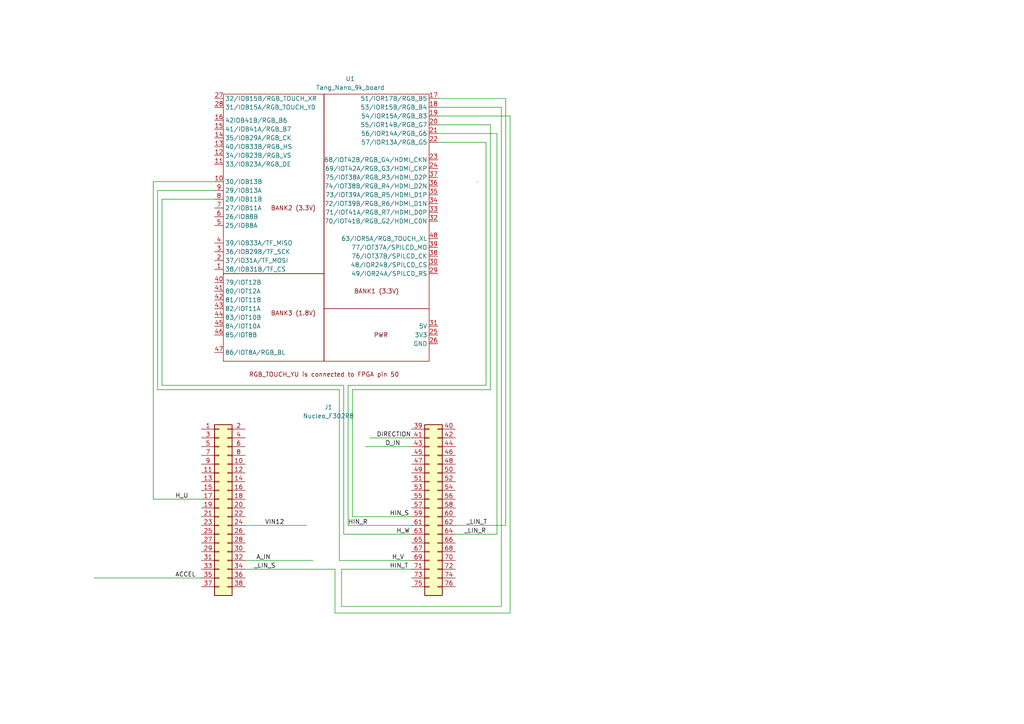
<source format=kicad_sch>
(kicad_sch (version 20230121) (generator eeschema)
  (paper "A4")
  (lib_symbols
    (symbol "Library:Nucleo_F302R8" (pin_names (offset 1.016) hide)
      (property "Reference" "J" (at 1.27 25.4 0))
      (property "Value" "Nucleo_F302R8" (at 1.27 -27.94 0))
      (symbol "Nucleo_F302R8_1_1"
        (rectangle (start -1.27 -22.733) (end 0 -22.987) (stroke (width 0.1524)))
        (rectangle (start -1.27 -20.193) (end 0 -20.447) (stroke (width 0.1524)))
        (rectangle (start -1.27 -17.653) (end 0 -17.907) (stroke (width 0.1524)))
        (rectangle (start -1.27 -15.113) (end 0 -15.367) (stroke (width 0.1524)))
        (rectangle (start -1.27 -12.573) (end 0 -12.827) (stroke (width 0.1524)))
        (rectangle (start -1.27 -10.033) (end 0 -10.287) (stroke (width 0.1524)))
        (rectangle (start -1.27 -7.493) (end 0 -7.747) (stroke (width 0.1524)))
        (rectangle (start -1.27 -4.953) (end 0 -5.207) (stroke (width 0.1524)))
        (rectangle (start -1.27 -2.413) (end 0 -2.667) (stroke (width 0.1524)))
        (rectangle (start -1.27 0.127) (end 0 -0.127) (stroke (width 0.1524)))
        (rectangle (start -1.27 2.667) (end 0 2.413) (stroke (width 0.1524)))
        (rectangle (start -1.27 5.207) (end 0 4.953) (stroke (width 0.1524)))
        (rectangle (start -1.27 7.747) (end 0 7.493) (stroke (width 0.1524)))
        (rectangle (start -1.27 10.287) (end 0 10.033) (stroke (width 0.1524)))
        (rectangle (start -1.27 12.827) (end 0 12.573) (stroke (width 0.1524)))
        (rectangle (start -1.27 15.367) (end 0 15.113) (stroke (width 0.1524)))
        (rectangle (start -1.27 17.907) (end 0 17.653) (stroke (width 0.1524)))
        (rectangle (start -1.27 20.447) (end 0 20.193) (stroke (width 0.1524)))
        (rectangle (start -1.27 22.987) (end 0 22.733) (stroke (width 0.1524)))
        (rectangle (start -1.27 24.13) (end 3.81 -25.4) (stroke (width 0.254)) (fill (type background)))
        (rectangle (start 3.81 -22.733) (end 2.54 -22.987) (stroke (width 0.1524)))
        (rectangle (start 3.81 -20.193) (end 2.54 -20.447) (stroke (width 0.1524)))
        (rectangle (start 3.81 -17.653) (end 2.54 -17.907) (stroke (width 0.1524)))
        (rectangle (start 3.81 -15.113) (end 2.54 -15.367) (stroke (width 0.1524)))
        (rectangle (start 3.81 -12.573) (end 2.54 -12.827) (stroke (width 0.1524)))
        (rectangle (start 3.81 -10.033) (end 2.54 -10.287) (stroke (width 0.1524)))
        (rectangle (start 3.81 -7.493) (end 2.54 -7.747) (stroke (width 0.1524)))
        (rectangle (start 3.81 -4.953) (end 2.54 -5.207) (stroke (width 0.1524)))
        (rectangle (start 3.81 -2.413) (end 2.54 -2.667) (stroke (width 0.1524)))
        (rectangle (start 3.81 0.127) (end 2.54 -0.127) (stroke (width 0.1524)))
        (rectangle (start 3.81 2.667) (end 2.54 2.413) (stroke (width 0.1524)))
        (rectangle (start 3.81 5.207) (end 2.54 4.953) (stroke (width 0.1524)))
        (rectangle (start 3.81 7.747) (end 2.54 7.493) (stroke (width 0.1524)))
        (rectangle (start 3.81 10.287) (end 2.54 10.033) (stroke (width 0.1524)))
        (rectangle (start 3.81 12.827) (end 2.54 12.573) (stroke (width 0.1524)))
        (rectangle (start 3.81 15.367) (end 2.54 15.113) (stroke (width 0.1524)))
        (rectangle (start 3.81 17.907) (end 2.54 17.653) (stroke (width 0.1524)))
        (rectangle (start 3.81 20.447) (end 2.54 20.193) (stroke (width 0.1524)))
        (rectangle (start 3.81 22.987) (end 2.54 22.733) (stroke (width 0.1524)))
        (rectangle (start 59.69 -22.733) (end 60.96 -22.987) (stroke (width 0.1524)))
        (rectangle (start 59.69 -20.193) (end 60.96 -20.447) (stroke (width 0.1524)))
        (rectangle (start 59.69 -17.653) (end 60.96 -17.907) (stroke (width 0.1524)))
        (rectangle (start 59.69 -15.113) (end 60.96 -15.367) (stroke (width 0.1524)))
        (rectangle (start 59.69 -12.573) (end 60.96 -12.827) (stroke (width 0.1524)))
        (rectangle (start 59.69 -10.033) (end 60.96 -10.287) (stroke (width 0.1524)))
        (rectangle (start 59.69 -7.493) (end 60.96 -7.747) (stroke (width 0.1524)))
        (rectangle (start 59.69 -4.953) (end 60.96 -5.207) (stroke (width 0.1524)))
        (rectangle (start 59.69 -2.413) (end 60.96 -2.667) (stroke (width 0.1524)))
        (rectangle (start 59.69 0.127) (end 60.96 -0.127) (stroke (width 0.1524)))
        (rectangle (start 59.69 2.667) (end 60.96 2.413) (stroke (width 0.1524)))
        (rectangle (start 59.69 5.207) (end 60.96 4.953) (stroke (width 0.1524)))
        (rectangle (start 59.69 7.747) (end 60.96 7.493) (stroke (width 0.1524)))
        (rectangle (start 59.69 10.287) (end 60.96 10.033) (stroke (width 0.1524)))
        (rectangle (start 59.69 12.827) (end 60.96 12.573) (stroke (width 0.1524)))
        (rectangle (start 59.69 15.367) (end 60.96 15.113) (stroke (width 0.1524)))
        (rectangle (start 59.69 17.907) (end 60.96 17.653) (stroke (width 0.1524)))
        (rectangle (start 59.69 20.447) (end 60.96 20.193) (stroke (width 0.1524)))
        (rectangle (start 59.69 22.987) (end 60.96 22.733) (stroke (width 0.1524)))
        (rectangle (start 59.69 24.13) (end 64.77 -25.4) (stroke (width 0.254)) (fill (type background)))
        (rectangle (start 64.77 -22.733) (end 63.5 -22.987) (stroke (width 0.1524)))
        (rectangle (start 64.77 -20.193) (end 63.5 -20.447) (stroke (width 0.1524)))
        (rectangle (start 64.77 -17.653) (end 63.5 -17.907) (stroke (width 0.1524)))
        (rectangle (start 64.77 -15.113) (end 63.5 -15.367) (stroke (width 0.1524)))
        (rectangle (start 64.77 -12.573) (end 63.5 -12.827) (stroke (width 0.1524)))
        (rectangle (start 64.77 -10.033) (end 63.5 -10.287) (stroke (width 0.1524)))
        (rectangle (start 64.77 -7.493) (end 63.5 -7.747) (stroke (width 0.1524)))
        (rectangle (start 64.77 -4.953) (end 63.5 -5.207) (stroke (width 0.1524)))
        (rectangle (start 64.77 -2.413) (end 63.5 -2.667) (stroke (width 0.1524)))
        (rectangle (start 64.77 0.127) (end 63.5 -0.127) (stroke (width 0.1524)))
        (rectangle (start 64.77 2.667) (end 63.5 2.413) (stroke (width 0.1524)))
        (rectangle (start 64.77 5.207) (end 63.5 4.953) (stroke (width 0.1524)))
        (rectangle (start 64.77 7.747) (end 63.5 7.493) (stroke (width 0.1524)))
        (rectangle (start 64.77 10.287) (end 63.5 10.033) (stroke (width 0.1524)))
        (rectangle (start 64.77 12.827) (end 63.5 12.573) (stroke (width 0.1524)))
        (rectangle (start 64.77 15.367) (end 63.5 15.113) (stroke (width 0.1524)))
        (rectangle (start 64.77 17.907) (end 63.5 17.653) (stroke (width 0.1524)))
        (rectangle (start 64.77 20.447) (end 63.5 20.193) (stroke (width 0.1524)))
        (rectangle (start 64.77 22.987) (end 63.5 22.733) (stroke (width 0.1524)))
        (pin passive line (at -5.08 22.86 0) (length 3.81) (name "Pin_1") (number "1"))
        (pin passive line (at 7.62 12.7 180) (length 3.81) (name "Pin_10") (number "10"))
        (pin passive line (at -5.08 10.16 0) (length 3.81) (name "Pin_11") (number "11"))
        (pin passive line (at 7.62 10.16 180) (length 3.81) (name "Pin_12") (number "12"))
        (pin passive line (at -5.08 7.62 0) (length 3.81) (name "Pin_13") (number "13"))
        (pin passive line (at 7.62 7.62 180) (length 3.81) (name "Pin_14") (number "14"))
        (pin passive line (at -5.08 5.08 0) (length 3.81) (name "Pin_15") (number "15"))
        (pin passive line (at 7.62 5.08 180) (length 3.81) (name "Pin_16") (number "16"))
        (pin passive line (at -5.08 2.54 0) (length 3.81) (name "Pin_17") (number "17"))
        (pin passive line (at 7.62 2.54 180) (length 3.81) (name "Pin_18") (number "18"))
        (pin passive line (at -5.08 0 0) (length 3.81) (name "Pin_19") (number "19"))
        (pin passive line (at 7.62 22.86 180) (length 3.81) (name "Pin_2") (number "2"))
        (pin passive line (at 7.62 0 180) (length 3.81) (name "Pin_20") (number "20"))
        (pin passive line (at -5.08 -2.54 0) (length 3.81) (name "Pin_21") (number "21"))
        (pin passive line (at 7.62 -2.54 180) (length 3.81) (name "Pin_22") (number "22"))
        (pin passive line (at -5.08 -5.08 0) (length 3.81) (name "Pin_23") (number "23"))
        (pin passive line (at 7.62 -5.08 180) (length 3.81) (name "Pin_24") (number "24"))
        (pin passive line (at -5.08 -7.62 0) (length 3.81) (name "Pin_25") (number "25"))
        (pin passive line (at 7.62 -7.62 180) (length 3.81) (name "Pin_26") (number "26"))
        (pin passive line (at -5.08 -10.16 0) (length 3.81) (name "Pin_27") (number "27"))
        (pin passive line (at 7.62 -10.16 180) (length 3.81) (name "Pin_28") (number "28"))
        (pin passive line (at -5.08 -12.7 0) (length 3.81) (name "Pin_29") (number "29"))
        (pin passive line (at -5.08 20.32 0) (length 3.81) (name "Pin_3") (number "3"))
        (pin passive line (at 7.62 -12.7 180) (length 3.81) (name "Pin_30") (number "30"))
        (pin passive line (at -5.08 -15.24 0) (length 3.81) (name "Pin_31") (number "31"))
        (pin passive line (at 7.62 -15.24 180) (length 3.81) (name "Pin_32") (number "32"))
        (pin passive line (at -5.08 -17.78 0) (length 3.81) (name "Pin_33") (number "33"))
        (pin passive line (at 7.62 -17.78 180) (length 3.81) (name "Pin_34") (number "34"))
        (pin passive line (at -5.08 -20.32 0) (length 3.81) (name "Pin_35") (number "35"))
        (pin passive line (at 7.62 -20.32 180) (length 3.81) (name "Pin_36") (number "36"))
        (pin passive line (at -5.08 -22.86 0) (length 3.81) (name "Pin_37") (number "37"))
        (pin passive line (at 7.62 -22.86 180) (length 3.81) (name "Pin_38") (number "38"))
        (pin passive line (at 55.88 22.86 0) (length 3.81) (name "39") (number "39"))
        (pin passive line (at 7.62 20.32 180) (length 3.81) (name "Pin_4") (number "4"))
        (pin passive line (at 68.58 22.86 180) (length 3.81) (name "40") (number "40"))
        (pin passive line (at 55.88 20.32 0) (length 3.81) (name "41") (number "41"))
        (pin passive line (at 68.58 20.32 180) (length 3.81) (name "42") (number "42"))
        (pin passive line (at 55.88 17.78 0) (length 3.81) (name "43") (number "43"))
        (pin passive line (at 68.58 17.78 180) (length 3.81) (name "44") (number "44"))
        (pin passive line (at 55.88 15.24 0) (length 3.81) (name "45") (number "45"))
        (pin passive line (at 68.58 15.24 180) (length 3.81) (name "46") (number "46"))
        (pin passive line (at 55.88 12.7 0) (length 3.81) (name "47") (number "47"))
        (pin passive line (at 68.58 12.7 180) (length 3.81) (name "48") (number "48"))
        (pin passive line (at 55.88 10.16 0) (length 3.81) (name "49") (number "49"))
        (pin passive line (at -5.08 17.78 0) (length 3.81) (name "Pin_5") (number "5"))
        (pin passive line (at 68.58 10.16 180) (length 3.81) (name "50") (number "50"))
        (pin passive line (at 55.88 7.62 0) (length 3.81) (name "51") (number "51"))
        (pin passive line (at 68.58 7.62 180) (length 3.81) (name "52") (number "52"))
        (pin passive line (at 55.88 5.08 0) (length 3.81) (name "53") (number "53"))
        (pin passive line (at 68.58 5.08 180) (length 3.81) (name "54") (number "54"))
        (pin passive line (at 55.88 2.54 0) (length 3.81) (name "55") (number "55"))
        (pin passive line (at 68.58 2.54 180) (length 3.81) (name "56") (number "56"))
        (pin passive line (at 55.88 0 0) (length 3.81) (name "57") (number "57"))
        (pin passive line (at 68.58 0 180) (length 3.81) (name "58") (number "58"))
        (pin passive line (at 55.88 -2.54 0) (length 3.81) (name "59") (number "59"))
        (pin passive line (at 7.62 17.78 180) (length 3.81) (name "Pin_6") (number "6"))
        (pin passive line (at 68.58 -2.54 180) (length 3.81) (name "60") (number "60"))
        (pin passive line (at 55.88 -5.08 0) (length 3.81) (name "61") (number "61"))
        (pin passive line (at 68.58 -5.08 180) (length 3.81) (name "62") (number "62"))
        (pin passive line (at 55.88 -7.62 0) (length 3.81) (name "63") (number "63"))
        (pin passive line (at 68.58 -7.62 180) (length 3.81) (name "64") (number "64"))
        (pin passive line (at 55.88 -10.16 0) (length 3.81) (name "65") (number "65"))
        (pin passive line (at 68.58 -10.16 180) (length 3.81) (name "66") (number "66"))
        (pin passive line (at 55.88 -12.7 0) (length 3.81) (name "67") (number "67"))
        (pin passive line (at 68.58 -12.7 180) (length 3.81) (name "68") (number "68"))
        (pin passive line (at 55.88 -15.24 0) (length 3.81) (name "69") (number "69"))
        (pin passive line (at -5.08 15.24 0) (length 3.81) (name "Pin_7") (number "7"))
        (pin passive line (at 68.58 -15.24 180) (length 3.81) (name "70") (number "70"))
        (pin passive line (at 55.88 -17.78 0) (length 3.81) (name "71") (number "71"))
        (pin passive line (at 68.58 -17.78 180) (length 3.81) (name "72") (number "72"))
        (pin passive line (at 55.88 -20.32 0) (length 3.81) (name "73") (number "73"))
        (pin passive line (at 68.58 -20.32 180) (length 3.81) (name "74") (number "74"))
        (pin passive line (at 55.88 -22.86 0) (length 3.81) (name "75") (number "75"))
        (pin passive line (at 68.58 -22.86 180) (length 3.81) (name "76") (number "76"))
        (pin passive line (at 7.62 15.24 180) (length 3.81) (name "Pin_8") (number "8"))
        (pin passive line (at -5.08 12.7 0) (length 3.81) (name "Pin_9") (number "9"))
      )
    )
    (symbol "tangnano:Tang_Nano_9k_board"
      (property "Reference" "U" (at -1.27 -45.72 0))
      (property "Value" "Tang_Nano_9k_board" (at 0 35.56 0))
      (symbol "Tang_Nano_9k_board_0_0"
        (rectangle (start 44.45 7.62) (end 44.45 7.62))
        (rectangle (start 44.45 7.62) (end 44.45 7.62))
        (rectangle (start 44.45 7.62) (end 44.45 7.62))
        (rectangle (start 44.45 7.62) (end 44.45 7.62))
        (rectangle (start 44.45 7.62) (end 44.45 7.62))
        (rectangle (start 44.45 7.62) (end 44.45 7.62))
        (rectangle (start 44.45 7.62) (end 44.45 7.62))
        (rectangle (start 44.45 7.62) (end 44.45 7.62))
        (rectangle (start 44.45 7.62) (end 44.45 7.62))
        (rectangle (start 44.45 7.62) (end 44.45 7.62))
        (text "BANK1 (3.3V)" (at 15.24 -24.13 0) (effects (font (size 1.27 1.27))))
        (text "BANK2 (3.3V)" (at -8.89 0 0) (effects (font (size 1.27 1.27))))
        (text "BANK3 (1.8V)" (at -8.89 -30.48 0) (effects (font (size 1.27 1.27))))
        (text "PWR" (at 16.51 -36.83 0) (effects (font (size 1.27 1.27))))
        (text "RGB_TOUCH_YU is connected to FPGA pin 50" (at 0 -48.26 0) (effects (font (size 1.27 1.27))))
      )
      (symbol "Tang_Nano_9k_board_0_1"
        (rectangle (start -29.21 33.02) (end 0 -19.05))
        (rectangle (start 0 -44.45) (end -29.21 -19.05))
        (rectangle (start 0 -29.21) (end 30.48 -44.45))
        (rectangle (start 0 33.02) (end 30.48 -29.21))
      )
      (symbol "Tang_Nano_9k_board_1_1"
        (pin bidirectional line (at -31.75 -17.78 0) (length 2.54) (name "38/IOB31B/TF_CS") (number "1"))
        (pin bidirectional line (at -31.75 7.62 0) (length 2.54) (name "30/IOB13B") (number "10"))
        (pin bidirectional line (at -31.75 12.7 0) (length 2.54) (name "33/IOB23A/RGB_DE") (number "11"))
        (pin bidirectional line (at -31.75 15.24 0) (length 2.54) (name "34/IOB23B/RGB_VS") (number "12"))
        (pin bidirectional line (at -31.75 17.78 0) (length 2.54) (name "40/IOB33B/RGB_HS") (number "13"))
        (pin bidirectional line (at -31.75 20.32 0) (length 2.54) (name "35/IOB29A/RGB_CK") (number "14"))
        (pin bidirectional line (at -31.75 22.86 0) (length 2.54) (name "41/IOB41A/RGB_B7") (number "15"))
        (pin bidirectional line (at -31.75 25.4 0) (length 2.54) (name "42IOB41B/RGB_B6") (number "16"))
        (pin bidirectional line (at 33.02 31.75 180) (length 2.54) (name "51/IOR17B/RGB_B5") (number "17"))
        (pin bidirectional line (at 33.02 29.21 180) (length 2.54) (name "53/IOR15B/RGB_B4") (number "18"))
        (pin bidirectional line (at 33.02 26.67 180) (length 2.54) (name "54/IOR15A/RGB_B3") (number "19"))
        (pin bidirectional line (at -31.75 -15.24 0) (length 2.54) (name "37/IO31A/TF_MOSI") (number "2"))
        (pin bidirectional line (at 33.02 24.13 180) (length 2.54) (name "55/IOR14B/RGB_G7") (number "20"))
        (pin bidirectional line (at 33.02 21.59 180) (length 2.54) (name "56/IOR14A/RGB_G6") (number "21"))
        (pin bidirectional line (at 33.02 19.05 180) (length 2.54) (name "57/IOR13A/RGB_G5") (number "22"))
        (pin bidirectional line (at 33.02 13.97 180) (length 2.54) (name "68/IOT42B/RGB_G4/HDMI_CKN") (number "23"))
        (pin bidirectional line (at 33.02 11.43 180) (length 2.54) (name "69/IOT42A/RGB_G3/HDMI_CKP") (number "24"))
        (pin power_out line (at 33.02 -36.83 180) (length 2.54) (name "3V3") (number "25"))
        (pin power_out line (at 33.02 -39.37 180) (length 2.54) (name "GND") (number "26"))
        (pin bidirectional line (at -31.75 31.75 0) (length 2.54) (name "32/IOB15B/RGB_TOUCH_XR") (number "27"))
        (pin bidirectional line (at -31.75 29.21 0) (length 2.54) (name "31/IOB15A/RGB_TOUCH_YD") (number "28"))
        (pin bidirectional line (at 33.02 -19.05 180) (length 2.54) (name "49/IOR24A/SPILCD_RS") (number "29"))
        (pin bidirectional line (at -31.75 -12.7 0) (length 2.54) (name "36/IOB29B/TF_SCK") (number "3"))
        (pin bidirectional line (at 33.02 -16.51 180) (length 2.54) (name "48/IOR24B/SPILCD_CS") (number "30"))
        (pin power_out line (at 33.02 -34.29 180) (length 2.54) (name "5V") (number "31"))
        (pin bidirectional line (at 33.02 -3.81 180) (length 2.54) (name "70/IOT41B/RGB_G2/HDMI_C0N") (number "32"))
        (pin bidirectional line (at 33.02 -1.27 180) (length 2.54) (name "71/IOT41A/RGB_R7/HDMI_D0P") (number "33"))
        (pin bidirectional line (at 33.02 1.27 180) (length 2.54) (name "72/IOT39B/RGB_R6/HDMI_D1N") (number "34"))
        (pin bidirectional line (at 33.02 3.81 180) (length 2.54) (name "73/IOT39A/RGB_R5/HDMI_D1P") (number "35"))
        (pin bidirectional line (at 33.02 6.35 180) (length 2.54) (name "74/IOT38B/RGB_R4/HDMI_D2N") (number "36"))
        (pin bidirectional line (at 33.02 8.89 180) (length 2.54) (name "75/IOT38A/RGB_R3/HDMI_D2P") (number "37"))
        (pin bidirectional line (at 33.02 -13.97 180) (length 2.54) (name "76/IOT37B/SPILCD_CK") (number "38"))
        (pin bidirectional line (at 33.02 -11.43 180) (length 2.54) (name "77/IOT37A/SPILCD_MO") (number "39"))
        (pin bidirectional line (at -31.75 -10.16 0) (length 2.54) (name "39/IOB33A/TF_MISO") (number "4"))
        (pin bidirectional line (at -31.75 -21.59 0) (length 2.54) (name "79/IOT12B") (number "40"))
        (pin bidirectional line (at -31.75 -24.13 0) (length 2.54) (name "80/IOT12A") (number "41"))
        (pin bidirectional line (at -31.75 -26.67 0) (length 2.54) (name "81/IOT11B") (number "42"))
        (pin bidirectional line (at -31.75 -29.21 0) (length 2.54) (name "82/IOT11A") (number "43"))
        (pin bidirectional line (at -31.75 -31.75 0) (length 2.54) (name "83/IOT10B") (number "44"))
        (pin bidirectional line (at -31.75 -34.29 0) (length 2.54) (name "84/IOT10A") (number "45"))
        (pin bidirectional line (at -31.75 -36.83 0) (length 2.54) (name "85/IOT8B") (number "46"))
        (pin bidirectional line (at -31.75 -41.91 0) (length 2.54) (name "86/IOT8A/RGB_BL") (number "47"))
        (pin bidirectional line (at 33.02 -8.89 180) (length 2.54) (name "63/IOR5A/RGB_TOUCH_XL") (number "48"))
        (pin bidirectional line (at -31.75 -5.08 0) (length 2.54) (name "25/IOB8A") (number "5"))
        (pin bidirectional line (at -31.75 -2.54 0) (length 2.54) (name "26/IOB8B") (number "6"))
        (pin bidirectional line (at -31.75 0 0) (length 2.54) (name "27/IOB11A") (number "7"))
        (pin bidirectional line (at -31.75 2.54 0) (length 2.54) (name "28/IOB11B") (number "8"))
        (pin bidirectional line (at -31.75 5.08 0) (length 2.54) (name "29/IOB13A") (number "9"))
      )
    )
  )
  (wire (pts (xy 99.06 175.895) (xy 145.415 175.895)))
  (wire (pts (xy 142.24 113.03) (xy 142.24 36.195)))
  (wire (pts (xy 99.695 111.76) (xy 46.99 111.76)))
  (wire (pts (xy 44.45 52.705) (xy 62.23 52.705)))
  (wire (pts (xy 71.12 165.1) (xy 97.155 165.1)))
  (wire (pts (xy 46.99 111.76) (xy 46.99 57.785)))
  (wire (pts (xy 45.72 55.245) (xy 62.23 55.245)))
  (wire (pts (xy 119.38 152.4) (xy 100.965 152.4)))
  (wire (pts (xy 71.12 162.56) (xy 90.805 162.56)))
  (wire (pts (xy 97.155 177.8) (xy 147.955 177.8)))
  (wire (pts (xy 147.955 177.8) (xy 147.955 33.655)))
  (wire (pts (xy 98.425 113.03) (xy 45.72 113.03)))
  (wire (pts (xy 99.695 154.94) (xy 99.695 111.76)))
  (wire (pts (xy 119.38 149.86) (xy 102.235 149.86)))
  (wire (pts (xy 100.965 111.76) (xy 140.97 111.76)))
  (wire (pts (xy 102.235 149.86) (xy 102.235 113.03)))
  (wire (pts (xy 140.97 41.275) (xy 127 41.275)))
  (wire (pts (xy 100.965 111.76) (xy 100.965 152.4)))
  (wire (pts (xy 147.955 33.655) (xy 127 33.655)))
  (wire (pts (xy 99.695 154.94) (xy 119.38 154.94)))
  (wire (pts (xy 146.685 28.575) (xy 127 28.575)))
  (wire (pts (xy 44.45 144.78) (xy 44.45 52.705)))
  (wire (pts (xy 132.08 152.4) (xy 146.685 152.4)))
  (wire (pts (xy 99.06 165.1) (xy 99.06 175.895)))
  (wire (pts (xy 145.415 175.895) (xy 145.415 31.115)))
  (wire (pts (xy 119.38 162.56) (xy 98.425 162.56)))
  (wire (pts (xy 144.145 154.94) (xy 144.145 38.735)))
  (wire (pts (xy 106.045 129.54) (xy 119.38 129.54)))
  (wire (pts (xy 102.235 113.03) (xy 142.24 113.03)))
  (wire (pts (xy 119.38 165.1) (xy 99.06 165.1)))
  (wire (pts (xy 58.42 144.78) (xy 44.45 144.78)))
  (wire (pts (xy 46.99 57.785) (xy 62.23 57.785)))
  (wire (pts (xy 45.72 113.03) (xy 45.72 55.245)))
  (wire (pts (xy 97.155 165.1) (xy 97.155 177.8)))
  (wire (pts (xy 146.685 152.4) (xy 146.685 28.575)))
  (wire (pts (xy 142.24 36.195) (xy 127 36.195)))
  (wire (pts (xy 27.305 167.64) (xy 58.42 167.64)))
  (wire (pts (xy 107.315 127) (xy 119.38 127)))
  (wire (pts (xy 144.145 38.735) (xy 127 38.735)))
  (wire (pts (xy 71.12 152.4) (xy 88.9 152.4)))
  (wire (pts (xy 140.97 111.76) (xy 140.97 41.275)))
  (wire (pts (xy 145.415 31.115) (xy 127 31.115)))
  (wire (pts (xy 98.425 162.56) (xy 98.425 113.03)))
  (wire (pts (xy 132.08 154.94) (xy 144.145 154.94)))
  (label "_LIN_S" (at 73.66 165.1 0))
  (label "_LIN_R" (at 134.62 154.94 0))
  (label "HIN_T" (at 113.03 165.1 0))
  (label "ACCEL" (at 50.8 167.64 0))
  (label "H_U" (at 50.8 144.78 0))
  (label "_LIN_T" (at 135.255 152.4 0))
  (label "H_V" (at 113.665 162.56 0))
  (label "HIN_R" (at 100.965 152.4 0))
  (label "D_IN" (at 111.76 129.54 0))
  (label "H_W" (at 114.935 154.94 0))
  (label "HIN_S" (at 113.03 149.86 0))
  (label "VIN12" (at 76.835 152.4 0))
  (label "DIRECTION" (at 109.22 127 0))
  (label "A_IN" (at 74.295 162.56 0))
  (symbol (lib_id "tangnano:Tang_Nano_9k_board") (at 93.98 60.325 0) (unit 1)
    (property "Reference" "U1" (at 101.6 22.86 0))
    (property "Value" "Tang_Nano_9k_board" (at 101.6 25.4 0))
    (property "Footprint" "Custom Library:Tang Nano 9K" (effects hide))
  )
  (symbol (lib_id "Library:Nucleo_F302R8") (at 63.5 147.32 0) (unit 1)
    (property "Reference" "J1" (at 95.25 118.11 0))
    (property "Value" "Nucleo_F302R8" (at 95.25 120.65 0))
  )
)
</source>
